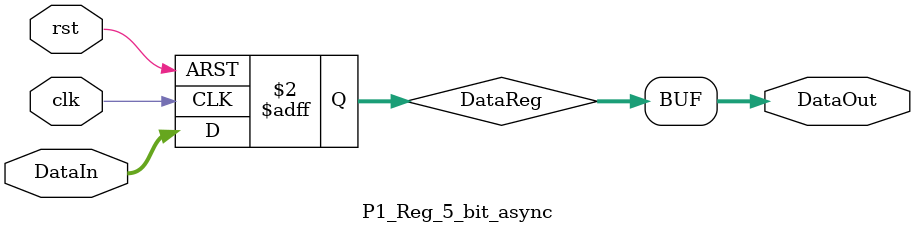
<source format=v>
`timescale 1ns / 100ps

module P1_Reg_5_bit_async (DataIn, DataOut, rst, clk);

    input [4:0] DataIn;
    output [4:0] DataOut;
    input rst;
    input clk;
    reg [4:0] DataReg;
    
    always @(posedge clk or posedge rst)
        if(rst)
            DataReg <= 5'b0;
        else
            DataReg <= DataIn;
    assign DataOut = DataReg;
endmodule
</source>
